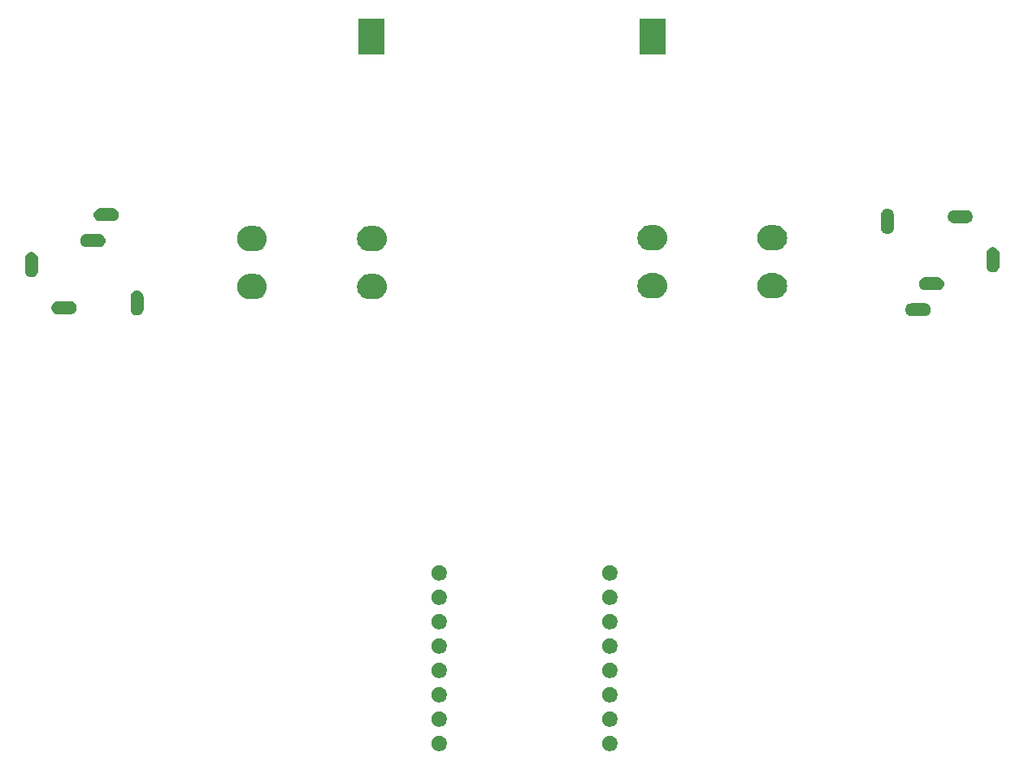
<source format=gts>
G04 #@! TF.GenerationSoftware,KiCad,Pcbnew,(5.0.2)-1*
G04 #@! TF.CreationDate,2019-02-20T13:19:55+00:00*
G04 #@! TF.ProjectId,SplitAudio,53706c69-7441-4756-9469-6f2e6b696361,rev?*
G04 #@! TF.SameCoordinates,Original*
G04 #@! TF.FileFunction,Soldermask,Top*
G04 #@! TF.FilePolarity,Negative*
%FSLAX46Y46*%
G04 Gerber Fmt 4.6, Leading zero omitted, Abs format (unit mm)*
G04 Created by KiCad (PCBNEW (5.0.2)-1) date 20/02/2019 13:19:55*
%MOMM*%
%LPD*%
G01*
G04 APERTURE LIST*
%ADD10C,0.100000*%
G04 APERTURE END LIST*
D10*
G36*
X159622142Y-121138242D02*
X159770102Y-121199530D01*
X159903258Y-121288502D01*
X160016498Y-121401742D01*
X160105470Y-121534898D01*
X160166758Y-121682858D01*
X160198000Y-121839925D01*
X160198000Y-122000075D01*
X160166758Y-122157142D01*
X160105470Y-122305102D01*
X160016498Y-122438258D01*
X159903258Y-122551498D01*
X159770102Y-122640470D01*
X159622142Y-122701758D01*
X159465075Y-122733000D01*
X159304925Y-122733000D01*
X159147858Y-122701758D01*
X158999898Y-122640470D01*
X158866742Y-122551498D01*
X158753502Y-122438258D01*
X158664530Y-122305102D01*
X158603242Y-122157142D01*
X158572000Y-122000075D01*
X158572000Y-121839925D01*
X158603242Y-121682858D01*
X158664530Y-121534898D01*
X158753502Y-121401742D01*
X158866742Y-121288502D01*
X158999898Y-121199530D01*
X159147858Y-121138242D01*
X159304925Y-121107000D01*
X159465075Y-121107000D01*
X159622142Y-121138242D01*
X159622142Y-121138242D01*
G37*
G36*
X141842142Y-121138242D02*
X141990102Y-121199530D01*
X142123258Y-121288502D01*
X142236498Y-121401742D01*
X142325470Y-121534898D01*
X142386758Y-121682858D01*
X142418000Y-121839925D01*
X142418000Y-122000075D01*
X142386758Y-122157142D01*
X142325470Y-122305102D01*
X142236498Y-122438258D01*
X142123258Y-122551498D01*
X141990102Y-122640470D01*
X141842142Y-122701758D01*
X141685075Y-122733000D01*
X141524925Y-122733000D01*
X141367858Y-122701758D01*
X141219898Y-122640470D01*
X141086742Y-122551498D01*
X140973502Y-122438258D01*
X140884530Y-122305102D01*
X140823242Y-122157142D01*
X140792000Y-122000075D01*
X140792000Y-121839925D01*
X140823242Y-121682858D01*
X140884530Y-121534898D01*
X140973502Y-121401742D01*
X141086742Y-121288502D01*
X141219898Y-121199530D01*
X141367858Y-121138242D01*
X141524925Y-121107000D01*
X141685075Y-121107000D01*
X141842142Y-121138242D01*
X141842142Y-121138242D01*
G37*
G36*
X159622142Y-118598242D02*
X159770102Y-118659530D01*
X159903258Y-118748502D01*
X160016498Y-118861742D01*
X160105470Y-118994898D01*
X160166758Y-119142858D01*
X160198000Y-119299925D01*
X160198000Y-119460075D01*
X160166758Y-119617142D01*
X160105470Y-119765102D01*
X160016498Y-119898258D01*
X159903258Y-120011498D01*
X159770102Y-120100470D01*
X159622142Y-120161758D01*
X159465075Y-120193000D01*
X159304925Y-120193000D01*
X159147858Y-120161758D01*
X158999898Y-120100470D01*
X158866742Y-120011498D01*
X158753502Y-119898258D01*
X158664530Y-119765102D01*
X158603242Y-119617142D01*
X158572000Y-119460075D01*
X158572000Y-119299925D01*
X158603242Y-119142858D01*
X158664530Y-118994898D01*
X158753502Y-118861742D01*
X158866742Y-118748502D01*
X158999898Y-118659530D01*
X159147858Y-118598242D01*
X159304925Y-118567000D01*
X159465075Y-118567000D01*
X159622142Y-118598242D01*
X159622142Y-118598242D01*
G37*
G36*
X141842142Y-118598242D02*
X141990102Y-118659530D01*
X142123258Y-118748502D01*
X142236498Y-118861742D01*
X142325470Y-118994898D01*
X142386758Y-119142858D01*
X142418000Y-119299925D01*
X142418000Y-119460075D01*
X142386758Y-119617142D01*
X142325470Y-119765102D01*
X142236498Y-119898258D01*
X142123258Y-120011498D01*
X141990102Y-120100470D01*
X141842142Y-120161758D01*
X141685075Y-120193000D01*
X141524925Y-120193000D01*
X141367858Y-120161758D01*
X141219898Y-120100470D01*
X141086742Y-120011498D01*
X140973502Y-119898258D01*
X140884530Y-119765102D01*
X140823242Y-119617142D01*
X140792000Y-119460075D01*
X140792000Y-119299925D01*
X140823242Y-119142858D01*
X140884530Y-118994898D01*
X140973502Y-118861742D01*
X141086742Y-118748502D01*
X141219898Y-118659530D01*
X141367858Y-118598242D01*
X141524925Y-118567000D01*
X141685075Y-118567000D01*
X141842142Y-118598242D01*
X141842142Y-118598242D01*
G37*
G36*
X141842142Y-116058242D02*
X141990102Y-116119530D01*
X142123258Y-116208502D01*
X142236498Y-116321742D01*
X142325470Y-116454898D01*
X142386758Y-116602858D01*
X142418000Y-116759925D01*
X142418000Y-116920075D01*
X142386758Y-117077142D01*
X142325470Y-117225102D01*
X142236498Y-117358258D01*
X142123258Y-117471498D01*
X141990102Y-117560470D01*
X141842142Y-117621758D01*
X141685075Y-117653000D01*
X141524925Y-117653000D01*
X141367858Y-117621758D01*
X141219898Y-117560470D01*
X141086742Y-117471498D01*
X140973502Y-117358258D01*
X140884530Y-117225102D01*
X140823242Y-117077142D01*
X140792000Y-116920075D01*
X140792000Y-116759925D01*
X140823242Y-116602858D01*
X140884530Y-116454898D01*
X140973502Y-116321742D01*
X141086742Y-116208502D01*
X141219898Y-116119530D01*
X141367858Y-116058242D01*
X141524925Y-116027000D01*
X141685075Y-116027000D01*
X141842142Y-116058242D01*
X141842142Y-116058242D01*
G37*
G36*
X159622142Y-116058242D02*
X159770102Y-116119530D01*
X159903258Y-116208502D01*
X160016498Y-116321742D01*
X160105470Y-116454898D01*
X160166758Y-116602858D01*
X160198000Y-116759925D01*
X160198000Y-116920075D01*
X160166758Y-117077142D01*
X160105470Y-117225102D01*
X160016498Y-117358258D01*
X159903258Y-117471498D01*
X159770102Y-117560470D01*
X159622142Y-117621758D01*
X159465075Y-117653000D01*
X159304925Y-117653000D01*
X159147858Y-117621758D01*
X158999898Y-117560470D01*
X158866742Y-117471498D01*
X158753502Y-117358258D01*
X158664530Y-117225102D01*
X158603242Y-117077142D01*
X158572000Y-116920075D01*
X158572000Y-116759925D01*
X158603242Y-116602858D01*
X158664530Y-116454898D01*
X158753502Y-116321742D01*
X158866742Y-116208502D01*
X158999898Y-116119530D01*
X159147858Y-116058242D01*
X159304925Y-116027000D01*
X159465075Y-116027000D01*
X159622142Y-116058242D01*
X159622142Y-116058242D01*
G37*
G36*
X141842142Y-113518242D02*
X141990102Y-113579530D01*
X142123258Y-113668502D01*
X142236498Y-113781742D01*
X142325470Y-113914898D01*
X142386758Y-114062858D01*
X142418000Y-114219925D01*
X142418000Y-114380075D01*
X142386758Y-114537142D01*
X142325470Y-114685102D01*
X142236498Y-114818258D01*
X142123258Y-114931498D01*
X141990102Y-115020470D01*
X141842142Y-115081758D01*
X141685075Y-115113000D01*
X141524925Y-115113000D01*
X141367858Y-115081758D01*
X141219898Y-115020470D01*
X141086742Y-114931498D01*
X140973502Y-114818258D01*
X140884530Y-114685102D01*
X140823242Y-114537142D01*
X140792000Y-114380075D01*
X140792000Y-114219925D01*
X140823242Y-114062858D01*
X140884530Y-113914898D01*
X140973502Y-113781742D01*
X141086742Y-113668502D01*
X141219898Y-113579530D01*
X141367858Y-113518242D01*
X141524925Y-113487000D01*
X141685075Y-113487000D01*
X141842142Y-113518242D01*
X141842142Y-113518242D01*
G37*
G36*
X159622142Y-113518242D02*
X159770102Y-113579530D01*
X159903258Y-113668502D01*
X160016498Y-113781742D01*
X160105470Y-113914898D01*
X160166758Y-114062858D01*
X160198000Y-114219925D01*
X160198000Y-114380075D01*
X160166758Y-114537142D01*
X160105470Y-114685102D01*
X160016498Y-114818258D01*
X159903258Y-114931498D01*
X159770102Y-115020470D01*
X159622142Y-115081758D01*
X159465075Y-115113000D01*
X159304925Y-115113000D01*
X159147858Y-115081758D01*
X158999898Y-115020470D01*
X158866742Y-114931498D01*
X158753502Y-114818258D01*
X158664530Y-114685102D01*
X158603242Y-114537142D01*
X158572000Y-114380075D01*
X158572000Y-114219925D01*
X158603242Y-114062858D01*
X158664530Y-113914898D01*
X158753502Y-113781742D01*
X158866742Y-113668502D01*
X158999898Y-113579530D01*
X159147858Y-113518242D01*
X159304925Y-113487000D01*
X159465075Y-113487000D01*
X159622142Y-113518242D01*
X159622142Y-113518242D01*
G37*
G36*
X141842142Y-110978242D02*
X141990102Y-111039530D01*
X142123258Y-111128502D01*
X142236498Y-111241742D01*
X142325470Y-111374898D01*
X142386758Y-111522858D01*
X142418000Y-111679925D01*
X142418000Y-111840075D01*
X142386758Y-111997142D01*
X142325470Y-112145102D01*
X142236498Y-112278258D01*
X142123258Y-112391498D01*
X141990102Y-112480470D01*
X141842142Y-112541758D01*
X141685075Y-112573000D01*
X141524925Y-112573000D01*
X141367858Y-112541758D01*
X141219898Y-112480470D01*
X141086742Y-112391498D01*
X140973502Y-112278258D01*
X140884530Y-112145102D01*
X140823242Y-111997142D01*
X140792000Y-111840075D01*
X140792000Y-111679925D01*
X140823242Y-111522858D01*
X140884530Y-111374898D01*
X140973502Y-111241742D01*
X141086742Y-111128502D01*
X141219898Y-111039530D01*
X141367858Y-110978242D01*
X141524925Y-110947000D01*
X141685075Y-110947000D01*
X141842142Y-110978242D01*
X141842142Y-110978242D01*
G37*
G36*
X159622142Y-110978242D02*
X159770102Y-111039530D01*
X159903258Y-111128502D01*
X160016498Y-111241742D01*
X160105470Y-111374898D01*
X160166758Y-111522858D01*
X160198000Y-111679925D01*
X160198000Y-111840075D01*
X160166758Y-111997142D01*
X160105470Y-112145102D01*
X160016498Y-112278258D01*
X159903258Y-112391498D01*
X159770102Y-112480470D01*
X159622142Y-112541758D01*
X159465075Y-112573000D01*
X159304925Y-112573000D01*
X159147858Y-112541758D01*
X158999898Y-112480470D01*
X158866742Y-112391498D01*
X158753502Y-112278258D01*
X158664530Y-112145102D01*
X158603242Y-111997142D01*
X158572000Y-111840075D01*
X158572000Y-111679925D01*
X158603242Y-111522858D01*
X158664530Y-111374898D01*
X158753502Y-111241742D01*
X158866742Y-111128502D01*
X158999898Y-111039530D01*
X159147858Y-110978242D01*
X159304925Y-110947000D01*
X159465075Y-110947000D01*
X159622142Y-110978242D01*
X159622142Y-110978242D01*
G37*
G36*
X141842142Y-108438242D02*
X141990102Y-108499530D01*
X142123258Y-108588502D01*
X142236498Y-108701742D01*
X142325470Y-108834898D01*
X142386758Y-108982858D01*
X142418000Y-109139925D01*
X142418000Y-109300075D01*
X142386758Y-109457142D01*
X142325470Y-109605102D01*
X142236498Y-109738258D01*
X142123258Y-109851498D01*
X141990102Y-109940470D01*
X141842142Y-110001758D01*
X141685075Y-110033000D01*
X141524925Y-110033000D01*
X141367858Y-110001758D01*
X141219898Y-109940470D01*
X141086742Y-109851498D01*
X140973502Y-109738258D01*
X140884530Y-109605102D01*
X140823242Y-109457142D01*
X140792000Y-109300075D01*
X140792000Y-109139925D01*
X140823242Y-108982858D01*
X140884530Y-108834898D01*
X140973502Y-108701742D01*
X141086742Y-108588502D01*
X141219898Y-108499530D01*
X141367858Y-108438242D01*
X141524925Y-108407000D01*
X141685075Y-108407000D01*
X141842142Y-108438242D01*
X141842142Y-108438242D01*
G37*
G36*
X159622142Y-108438242D02*
X159770102Y-108499530D01*
X159903258Y-108588502D01*
X160016498Y-108701742D01*
X160105470Y-108834898D01*
X160166758Y-108982858D01*
X160198000Y-109139925D01*
X160198000Y-109300075D01*
X160166758Y-109457142D01*
X160105470Y-109605102D01*
X160016498Y-109738258D01*
X159903258Y-109851498D01*
X159770102Y-109940470D01*
X159622142Y-110001758D01*
X159465075Y-110033000D01*
X159304925Y-110033000D01*
X159147858Y-110001758D01*
X158999898Y-109940470D01*
X158866742Y-109851498D01*
X158753502Y-109738258D01*
X158664530Y-109605102D01*
X158603242Y-109457142D01*
X158572000Y-109300075D01*
X158572000Y-109139925D01*
X158603242Y-108982858D01*
X158664530Y-108834898D01*
X158753502Y-108701742D01*
X158866742Y-108588502D01*
X158999898Y-108499530D01*
X159147858Y-108438242D01*
X159304925Y-108407000D01*
X159465075Y-108407000D01*
X159622142Y-108438242D01*
X159622142Y-108438242D01*
G37*
G36*
X141842142Y-105898242D02*
X141990102Y-105959530D01*
X142123258Y-106048502D01*
X142236498Y-106161742D01*
X142325470Y-106294898D01*
X142386758Y-106442858D01*
X142418000Y-106599925D01*
X142418000Y-106760075D01*
X142386758Y-106917142D01*
X142325470Y-107065102D01*
X142236498Y-107198258D01*
X142123258Y-107311498D01*
X141990102Y-107400470D01*
X141842142Y-107461758D01*
X141685075Y-107493000D01*
X141524925Y-107493000D01*
X141367858Y-107461758D01*
X141219898Y-107400470D01*
X141086742Y-107311498D01*
X140973502Y-107198258D01*
X140884530Y-107065102D01*
X140823242Y-106917142D01*
X140792000Y-106760075D01*
X140792000Y-106599925D01*
X140823242Y-106442858D01*
X140884530Y-106294898D01*
X140973502Y-106161742D01*
X141086742Y-106048502D01*
X141219898Y-105959530D01*
X141367858Y-105898242D01*
X141524925Y-105867000D01*
X141685075Y-105867000D01*
X141842142Y-105898242D01*
X141842142Y-105898242D01*
G37*
G36*
X159622142Y-105898242D02*
X159770102Y-105959530D01*
X159903258Y-106048502D01*
X160016498Y-106161742D01*
X160105470Y-106294898D01*
X160166758Y-106442858D01*
X160198000Y-106599925D01*
X160198000Y-106760075D01*
X160166758Y-106917142D01*
X160105470Y-107065102D01*
X160016498Y-107198258D01*
X159903258Y-107311498D01*
X159770102Y-107400470D01*
X159622142Y-107461758D01*
X159465075Y-107493000D01*
X159304925Y-107493000D01*
X159147858Y-107461758D01*
X158999898Y-107400470D01*
X158866742Y-107311498D01*
X158753502Y-107198258D01*
X158664530Y-107065102D01*
X158603242Y-106917142D01*
X158572000Y-106760075D01*
X158572000Y-106599925D01*
X158603242Y-106442858D01*
X158664530Y-106294898D01*
X158753502Y-106161742D01*
X158866742Y-106048502D01*
X158999898Y-105959530D01*
X159147858Y-105898242D01*
X159304925Y-105867000D01*
X159465075Y-105867000D01*
X159622142Y-105898242D01*
X159622142Y-105898242D01*
G37*
G36*
X141842142Y-103358242D02*
X141990102Y-103419530D01*
X142123258Y-103508502D01*
X142236498Y-103621742D01*
X142325470Y-103754898D01*
X142386758Y-103902858D01*
X142418000Y-104059925D01*
X142418000Y-104220075D01*
X142386758Y-104377142D01*
X142325470Y-104525102D01*
X142236498Y-104658258D01*
X142123258Y-104771498D01*
X141990102Y-104860470D01*
X141842142Y-104921758D01*
X141685075Y-104953000D01*
X141524925Y-104953000D01*
X141367858Y-104921758D01*
X141219898Y-104860470D01*
X141086742Y-104771498D01*
X140973502Y-104658258D01*
X140884530Y-104525102D01*
X140823242Y-104377142D01*
X140792000Y-104220075D01*
X140792000Y-104059925D01*
X140823242Y-103902858D01*
X140884530Y-103754898D01*
X140973502Y-103621742D01*
X141086742Y-103508502D01*
X141219898Y-103419530D01*
X141367858Y-103358242D01*
X141524925Y-103327000D01*
X141685075Y-103327000D01*
X141842142Y-103358242D01*
X141842142Y-103358242D01*
G37*
G36*
X159622142Y-103358242D02*
X159770102Y-103419530D01*
X159903258Y-103508502D01*
X160016498Y-103621742D01*
X160105470Y-103754898D01*
X160166758Y-103902858D01*
X160198000Y-104059925D01*
X160198000Y-104220075D01*
X160166758Y-104377142D01*
X160105470Y-104525102D01*
X160016498Y-104658258D01*
X159903258Y-104771498D01*
X159770102Y-104860470D01*
X159622142Y-104921758D01*
X159465075Y-104953000D01*
X159304925Y-104953000D01*
X159147858Y-104921758D01*
X158999898Y-104860470D01*
X158866742Y-104771498D01*
X158753502Y-104658258D01*
X158664530Y-104525102D01*
X158603242Y-104377142D01*
X158572000Y-104220075D01*
X158572000Y-104059925D01*
X158603242Y-103902858D01*
X158664530Y-103754898D01*
X158753502Y-103621742D01*
X158866742Y-103508502D01*
X158999898Y-103419530D01*
X159147858Y-103358242D01*
X159304925Y-103327000D01*
X159465075Y-103327000D01*
X159622142Y-103358242D01*
X159622142Y-103358242D01*
G37*
G36*
X192239003Y-76031559D02*
X192272303Y-76034839D01*
X192336394Y-76054281D01*
X192400485Y-76073722D01*
X192518617Y-76136865D01*
X192622159Y-76221841D01*
X192707135Y-76325383D01*
X192770278Y-76443515D01*
X192809161Y-76571698D01*
X192822290Y-76705000D01*
X192809161Y-76838302D01*
X192770278Y-76966485D01*
X192707135Y-77084617D01*
X192622159Y-77188159D01*
X192518617Y-77273135D01*
X192400485Y-77336278D01*
X192336394Y-77355719D01*
X192272303Y-77375161D01*
X192239003Y-77378441D01*
X192172406Y-77385000D01*
X190847594Y-77385000D01*
X190780997Y-77378441D01*
X190747697Y-77375161D01*
X190683606Y-77355719D01*
X190619515Y-77336278D01*
X190501383Y-77273135D01*
X190397841Y-77188159D01*
X190312865Y-77084617D01*
X190249722Y-76966485D01*
X190210839Y-76838302D01*
X190197710Y-76705000D01*
X190210839Y-76571698D01*
X190249722Y-76443515D01*
X190312865Y-76325383D01*
X190397841Y-76221841D01*
X190501383Y-76136865D01*
X190619515Y-76073722D01*
X190683606Y-76054281D01*
X190747697Y-76034839D01*
X190780997Y-76031559D01*
X190847594Y-76025000D01*
X192172406Y-76025000D01*
X192239003Y-76031559D01*
X192239003Y-76031559D01*
G37*
G36*
X110273303Y-74705839D02*
X110337393Y-74725280D01*
X110401485Y-74744722D01*
X110519617Y-74807865D01*
X110623159Y-74892841D01*
X110708135Y-74996383D01*
X110771278Y-75114515D01*
X110771278Y-75114516D01*
X110810161Y-75242697D01*
X110820000Y-75342596D01*
X110820000Y-76667404D01*
X110810242Y-76766485D01*
X110810161Y-76767302D01*
X110771278Y-76895485D01*
X110708135Y-77013617D01*
X110623159Y-77117159D01*
X110599862Y-77136278D01*
X110519615Y-77202135D01*
X110464627Y-77231527D01*
X110401484Y-77265278D01*
X110375582Y-77273135D01*
X110273302Y-77304161D01*
X110140000Y-77317290D01*
X110006697Y-77304161D01*
X109904417Y-77273135D01*
X109878515Y-77265278D01*
X109760383Y-77202135D01*
X109656841Y-77117159D01*
X109571866Y-77013616D01*
X109558259Y-76988159D01*
X109508723Y-76895485D01*
X109508722Y-76895484D01*
X109489281Y-76831393D01*
X109469839Y-76767302D01*
X109460000Y-76667403D01*
X109460001Y-75342596D01*
X109469840Y-75242697D01*
X109508723Y-75114516D01*
X109508723Y-75114515D01*
X109571866Y-74996383D01*
X109656842Y-74892841D01*
X109760384Y-74807865D01*
X109878516Y-74744722D01*
X109942607Y-74725281D01*
X110006698Y-74705839D01*
X110140000Y-74692710D01*
X110273303Y-74705839D01*
X110273303Y-74705839D01*
G37*
G36*
X103269003Y-75831559D02*
X103302303Y-75834839D01*
X103366394Y-75854281D01*
X103430485Y-75873722D01*
X103548617Y-75936865D01*
X103652159Y-76021841D01*
X103737135Y-76125383D01*
X103800278Y-76243515D01*
X103839161Y-76371698D01*
X103852290Y-76505000D01*
X103839161Y-76638302D01*
X103800278Y-76766485D01*
X103737135Y-76884617D01*
X103652159Y-76988159D01*
X103548617Y-77073135D01*
X103430485Y-77136278D01*
X103366394Y-77155719D01*
X103302303Y-77175161D01*
X103269003Y-77178441D01*
X103202406Y-77185000D01*
X101877594Y-77185000D01*
X101810997Y-77178441D01*
X101777697Y-77175161D01*
X101713606Y-77155719D01*
X101649515Y-77136278D01*
X101531383Y-77073135D01*
X101427841Y-76988159D01*
X101342865Y-76884617D01*
X101279722Y-76766485D01*
X101240839Y-76638302D01*
X101227710Y-76505000D01*
X101240839Y-76371698D01*
X101279722Y-76243515D01*
X101342865Y-76125383D01*
X101427841Y-76021841D01*
X101531383Y-75936865D01*
X101649515Y-75873722D01*
X101713607Y-75854280D01*
X101777697Y-75834839D01*
X101810997Y-75831559D01*
X101877594Y-75825000D01*
X103202406Y-75825000D01*
X103269003Y-75831559D01*
X103269003Y-75831559D01*
G37*
G36*
X122481689Y-72998706D02*
X122625040Y-73012825D01*
X122870280Y-73087218D01*
X122870282Y-73087219D01*
X123096296Y-73208026D01*
X123294397Y-73370603D01*
X123456974Y-73568704D01*
X123487270Y-73625384D01*
X123577782Y-73794720D01*
X123652175Y-74039960D01*
X123677294Y-74295000D01*
X123652175Y-74550040D01*
X123577782Y-74795280D01*
X123577781Y-74795282D01*
X123456974Y-75021296D01*
X123294397Y-75219397D01*
X123096296Y-75381974D01*
X122880770Y-75497175D01*
X122870280Y-75502782D01*
X122625040Y-75577175D01*
X122481689Y-75591294D01*
X122433906Y-75596000D01*
X121806094Y-75596000D01*
X121758311Y-75591294D01*
X121614960Y-75577175D01*
X121369720Y-75502782D01*
X121359230Y-75497175D01*
X121143704Y-75381974D01*
X120945603Y-75219397D01*
X120783026Y-75021296D01*
X120662219Y-74795282D01*
X120662218Y-74795280D01*
X120587825Y-74550040D01*
X120562706Y-74295000D01*
X120587825Y-74039960D01*
X120662218Y-73794720D01*
X120752730Y-73625384D01*
X120783026Y-73568704D01*
X120945603Y-73370603D01*
X121143704Y-73208026D01*
X121369718Y-73087219D01*
X121369720Y-73087218D01*
X121614960Y-73012825D01*
X121758311Y-72998706D01*
X121806094Y-72994000D01*
X122433906Y-72994000D01*
X122481689Y-72998706D01*
X122481689Y-72998706D01*
G37*
G36*
X134981689Y-72998706D02*
X135125040Y-73012825D01*
X135370280Y-73087218D01*
X135370282Y-73087219D01*
X135596296Y-73208026D01*
X135794397Y-73370603D01*
X135956974Y-73568704D01*
X135987270Y-73625384D01*
X136077782Y-73794720D01*
X136152175Y-74039960D01*
X136177294Y-74295000D01*
X136152175Y-74550040D01*
X136077782Y-74795280D01*
X136077781Y-74795282D01*
X135956974Y-75021296D01*
X135794397Y-75219397D01*
X135596296Y-75381974D01*
X135380770Y-75497175D01*
X135370280Y-75502782D01*
X135125040Y-75577175D01*
X134981689Y-75591294D01*
X134933906Y-75596000D01*
X134306094Y-75596000D01*
X134258311Y-75591294D01*
X134114960Y-75577175D01*
X133869720Y-75502782D01*
X133859230Y-75497175D01*
X133643704Y-75381974D01*
X133445603Y-75219397D01*
X133283026Y-75021296D01*
X133162219Y-74795282D01*
X133162218Y-74795280D01*
X133087825Y-74550040D01*
X133062706Y-74295000D01*
X133087825Y-74039960D01*
X133162218Y-73794720D01*
X133252730Y-73625384D01*
X133283026Y-73568704D01*
X133445603Y-73370603D01*
X133643704Y-73208026D01*
X133869718Y-73087219D01*
X133869720Y-73087218D01*
X134114960Y-73012825D01*
X134258311Y-72998706D01*
X134306094Y-72994000D01*
X134933906Y-72994000D01*
X134981689Y-72998706D01*
X134981689Y-72998706D01*
G37*
G36*
X164191689Y-72918706D02*
X164335040Y-72932825D01*
X164580280Y-73007218D01*
X164580282Y-73007219D01*
X164806296Y-73128026D01*
X165004397Y-73290603D01*
X165166974Y-73488704D01*
X165166975Y-73488706D01*
X165287782Y-73714720D01*
X165362175Y-73959960D01*
X165387294Y-74215000D01*
X165362175Y-74470040D01*
X165287782Y-74715280D01*
X165287781Y-74715282D01*
X165166974Y-74941296D01*
X165004397Y-75139397D01*
X164806296Y-75301974D01*
X164656625Y-75381975D01*
X164580280Y-75422782D01*
X164335040Y-75497175D01*
X164191689Y-75511294D01*
X164143906Y-75516000D01*
X163516094Y-75516000D01*
X163468311Y-75511294D01*
X163324960Y-75497175D01*
X163079720Y-75422782D01*
X163003375Y-75381975D01*
X162853704Y-75301974D01*
X162655603Y-75139397D01*
X162493026Y-74941296D01*
X162372219Y-74715282D01*
X162372218Y-74715280D01*
X162297825Y-74470040D01*
X162272706Y-74215000D01*
X162297825Y-73959960D01*
X162372218Y-73714720D01*
X162493025Y-73488706D01*
X162493026Y-73488704D01*
X162655603Y-73290603D01*
X162853704Y-73128026D01*
X163079718Y-73007219D01*
X163079720Y-73007218D01*
X163324960Y-72932825D01*
X163468311Y-72918706D01*
X163516094Y-72914000D01*
X164143906Y-72914000D01*
X164191689Y-72918706D01*
X164191689Y-72918706D01*
G37*
G36*
X176691689Y-72918706D02*
X176835040Y-72932825D01*
X177080280Y-73007218D01*
X177080282Y-73007219D01*
X177306296Y-73128026D01*
X177504397Y-73290603D01*
X177666974Y-73488704D01*
X177666975Y-73488706D01*
X177787782Y-73714720D01*
X177862175Y-73959960D01*
X177887294Y-74215000D01*
X177862175Y-74470040D01*
X177787782Y-74715280D01*
X177787781Y-74715282D01*
X177666974Y-74941296D01*
X177504397Y-75139397D01*
X177306296Y-75301974D01*
X177156625Y-75381975D01*
X177080280Y-75422782D01*
X176835040Y-75497175D01*
X176691689Y-75511294D01*
X176643906Y-75516000D01*
X176016094Y-75516000D01*
X175968311Y-75511294D01*
X175824960Y-75497175D01*
X175579720Y-75422782D01*
X175503375Y-75381975D01*
X175353704Y-75301974D01*
X175155603Y-75139397D01*
X174993026Y-74941296D01*
X174872219Y-74715282D01*
X174872218Y-74715280D01*
X174797825Y-74470040D01*
X174772706Y-74215000D01*
X174797825Y-73959960D01*
X174872218Y-73714720D01*
X174993025Y-73488706D01*
X174993026Y-73488704D01*
X175155603Y-73290603D01*
X175353704Y-73128026D01*
X175579718Y-73007219D01*
X175579720Y-73007218D01*
X175824960Y-72932825D01*
X175968311Y-72918706D01*
X176016094Y-72914000D01*
X176643906Y-72914000D01*
X176691689Y-72918706D01*
X176691689Y-72918706D01*
G37*
G36*
X193639003Y-73331559D02*
X193672303Y-73334839D01*
X193736393Y-73354280D01*
X193800485Y-73373722D01*
X193918617Y-73436865D01*
X194022159Y-73521841D01*
X194107135Y-73625383D01*
X194170278Y-73743515D01*
X194209161Y-73871698D01*
X194222290Y-74005000D01*
X194209161Y-74138302D01*
X194170278Y-74266485D01*
X194107135Y-74384617D01*
X194022159Y-74488159D01*
X193918617Y-74573135D01*
X193800485Y-74636278D01*
X193736393Y-74655720D01*
X193672303Y-74675161D01*
X193639003Y-74678441D01*
X193572406Y-74685000D01*
X192247594Y-74685000D01*
X192180997Y-74678441D01*
X192147697Y-74675161D01*
X192083606Y-74655719D01*
X192019515Y-74636278D01*
X191901383Y-74573135D01*
X191797841Y-74488159D01*
X191712865Y-74384617D01*
X191649722Y-74266485D01*
X191610839Y-74138302D01*
X191597710Y-74005000D01*
X191610839Y-73871698D01*
X191649722Y-73743515D01*
X191712865Y-73625383D01*
X191797841Y-73521841D01*
X191901383Y-73436865D01*
X192019515Y-73373722D01*
X192083607Y-73354280D01*
X192147697Y-73334839D01*
X192180997Y-73331559D01*
X192247594Y-73325000D01*
X193572406Y-73325000D01*
X193639003Y-73331559D01*
X193639003Y-73331559D01*
G37*
G36*
X99273302Y-70705839D02*
X99337392Y-70725280D01*
X99401484Y-70744722D01*
X99464627Y-70778473D01*
X99519615Y-70807865D01*
X99519617Y-70807866D01*
X99519616Y-70807866D01*
X99623159Y-70892841D01*
X99708135Y-70996383D01*
X99771278Y-71114515D01*
X99810161Y-71242698D01*
X99820000Y-71342594D01*
X99820000Y-72667406D01*
X99810161Y-72767302D01*
X99771278Y-72895485D01*
X99708135Y-73013617D01*
X99623159Y-73117159D01*
X99519617Y-73202135D01*
X99401485Y-73265278D01*
X99337394Y-73284719D01*
X99273303Y-73304161D01*
X99140000Y-73317290D01*
X99006698Y-73304161D01*
X98942607Y-73284719D01*
X98878516Y-73265278D01*
X98760384Y-73202135D01*
X98656842Y-73117159D01*
X98571866Y-73013617D01*
X98508723Y-72895485D01*
X98469840Y-72767302D01*
X98460001Y-72667406D01*
X98460000Y-71342595D01*
X98469839Y-71242699D01*
X98469840Y-71242697D01*
X98508722Y-71114517D01*
X98508722Y-71114516D01*
X98571866Y-70996384D01*
X98656841Y-70892841D01*
X98760383Y-70807865D01*
X98878515Y-70744722D01*
X98942606Y-70725281D01*
X99006697Y-70705839D01*
X99140000Y-70692710D01*
X99273302Y-70705839D01*
X99273302Y-70705839D01*
G37*
G36*
X199443303Y-70205839D02*
X199487998Y-70219397D01*
X199571485Y-70244722D01*
X199689617Y-70307865D01*
X199793159Y-70392841D01*
X199878135Y-70496383D01*
X199941278Y-70614515D01*
X199980161Y-70742698D01*
X199990000Y-70842594D01*
X199990000Y-72167406D01*
X199980161Y-72267302D01*
X199941278Y-72395485D01*
X199878135Y-72513617D01*
X199793159Y-72617159D01*
X199731935Y-72667404D01*
X199689615Y-72702135D01*
X199634627Y-72731527D01*
X199571484Y-72765278D01*
X199507392Y-72784720D01*
X199443302Y-72804161D01*
X199310000Y-72817290D01*
X199176697Y-72804161D01*
X199112606Y-72784719D01*
X199048515Y-72765278D01*
X198930383Y-72702135D01*
X198826841Y-72617159D01*
X198741866Y-72513616D01*
X198678722Y-72395484D01*
X198659280Y-72331392D01*
X198639839Y-72267302D01*
X198630000Y-72167403D01*
X198630001Y-70842596D01*
X198633422Y-70807866D01*
X198639840Y-70742698D01*
X198678723Y-70614515D01*
X198741866Y-70496383D01*
X198826842Y-70392841D01*
X198930384Y-70307865D01*
X199048516Y-70244722D01*
X199132003Y-70219397D01*
X199176698Y-70205839D01*
X199310000Y-70192710D01*
X199443303Y-70205839D01*
X199443303Y-70205839D01*
G37*
G36*
X122481689Y-67998706D02*
X122625040Y-68012825D01*
X122870280Y-68087218D01*
X122870282Y-68087219D01*
X123096296Y-68208026D01*
X123294397Y-68370603D01*
X123456974Y-68568704D01*
X123456975Y-68568706D01*
X123577782Y-68794720D01*
X123652175Y-69039960D01*
X123677294Y-69295000D01*
X123652175Y-69550040D01*
X123577782Y-69795280D01*
X123577781Y-69795282D01*
X123456974Y-70021296D01*
X123294397Y-70219397D01*
X123096296Y-70381974D01*
X122882252Y-70496383D01*
X122870280Y-70502782D01*
X122625040Y-70577175D01*
X122481689Y-70591294D01*
X122433906Y-70596000D01*
X121806094Y-70596000D01*
X121758311Y-70591294D01*
X121614960Y-70577175D01*
X121369720Y-70502782D01*
X121357748Y-70496383D01*
X121143704Y-70381974D01*
X120945603Y-70219397D01*
X120783026Y-70021296D01*
X120662219Y-69795282D01*
X120662218Y-69795280D01*
X120587825Y-69550040D01*
X120562706Y-69295000D01*
X120587825Y-69039960D01*
X120662218Y-68794720D01*
X120783025Y-68568706D01*
X120783026Y-68568704D01*
X120945603Y-68370603D01*
X121143704Y-68208026D01*
X121369718Y-68087219D01*
X121369720Y-68087218D01*
X121614960Y-68012825D01*
X121758311Y-67998706D01*
X121806094Y-67994000D01*
X122433906Y-67994000D01*
X122481689Y-67998706D01*
X122481689Y-67998706D01*
G37*
G36*
X134981689Y-67998706D02*
X135125040Y-68012825D01*
X135370280Y-68087218D01*
X135370282Y-68087219D01*
X135596296Y-68208026D01*
X135794397Y-68370603D01*
X135956974Y-68568704D01*
X135956975Y-68568706D01*
X136077782Y-68794720D01*
X136152175Y-69039960D01*
X136177294Y-69295000D01*
X136152175Y-69550040D01*
X136077782Y-69795280D01*
X136077781Y-69795282D01*
X135956974Y-70021296D01*
X135794397Y-70219397D01*
X135596296Y-70381974D01*
X135382252Y-70496383D01*
X135370280Y-70502782D01*
X135125040Y-70577175D01*
X134981689Y-70591294D01*
X134933906Y-70596000D01*
X134306094Y-70596000D01*
X134258311Y-70591294D01*
X134114960Y-70577175D01*
X133869720Y-70502782D01*
X133857748Y-70496383D01*
X133643704Y-70381974D01*
X133445603Y-70219397D01*
X133283026Y-70021296D01*
X133162219Y-69795282D01*
X133162218Y-69795280D01*
X133087825Y-69550040D01*
X133062706Y-69295000D01*
X133087825Y-69039960D01*
X133162218Y-68794720D01*
X133283025Y-68568706D01*
X133283026Y-68568704D01*
X133445603Y-68370603D01*
X133643704Y-68208026D01*
X133869718Y-68087219D01*
X133869720Y-68087218D01*
X134114960Y-68012825D01*
X134258311Y-67998706D01*
X134306094Y-67994000D01*
X134933906Y-67994000D01*
X134981689Y-67998706D01*
X134981689Y-67998706D01*
G37*
G36*
X164191689Y-67918706D02*
X164335040Y-67932825D01*
X164580280Y-68007218D01*
X164580282Y-68007219D01*
X164806296Y-68128026D01*
X165004397Y-68290603D01*
X165166974Y-68488704D01*
X165166975Y-68488706D01*
X165287782Y-68714720D01*
X165362175Y-68959960D01*
X165387294Y-69215000D01*
X165362175Y-69470040D01*
X165287782Y-69715280D01*
X165287781Y-69715282D01*
X165166974Y-69941296D01*
X165004397Y-70139397D01*
X164806296Y-70301974D01*
X164656625Y-70381975D01*
X164580280Y-70422782D01*
X164335040Y-70497175D01*
X164191689Y-70511294D01*
X164143906Y-70516000D01*
X163516094Y-70516000D01*
X163468311Y-70511294D01*
X163324960Y-70497175D01*
X163079720Y-70422782D01*
X163003375Y-70381975D01*
X162853704Y-70301974D01*
X162655603Y-70139397D01*
X162493026Y-69941296D01*
X162372219Y-69715282D01*
X162372218Y-69715280D01*
X162297825Y-69470040D01*
X162272706Y-69215000D01*
X162297825Y-68959960D01*
X162372218Y-68714720D01*
X162493025Y-68488706D01*
X162493026Y-68488704D01*
X162655603Y-68290603D01*
X162853704Y-68128026D01*
X163079718Y-68007219D01*
X163079720Y-68007218D01*
X163324960Y-67932825D01*
X163468311Y-67918706D01*
X163516094Y-67914000D01*
X164143906Y-67914000D01*
X164191689Y-67918706D01*
X164191689Y-67918706D01*
G37*
G36*
X176691689Y-67918706D02*
X176835040Y-67932825D01*
X177080280Y-68007218D01*
X177080282Y-68007219D01*
X177306296Y-68128026D01*
X177504397Y-68290603D01*
X177666974Y-68488704D01*
X177666975Y-68488706D01*
X177787782Y-68714720D01*
X177862175Y-68959960D01*
X177887294Y-69215000D01*
X177862175Y-69470040D01*
X177787782Y-69715280D01*
X177787781Y-69715282D01*
X177666974Y-69941296D01*
X177504397Y-70139397D01*
X177306296Y-70301974D01*
X177156625Y-70381975D01*
X177080280Y-70422782D01*
X176835040Y-70497175D01*
X176691689Y-70511294D01*
X176643906Y-70516000D01*
X176016094Y-70516000D01*
X175968311Y-70511294D01*
X175824960Y-70497175D01*
X175579720Y-70422782D01*
X175503375Y-70381975D01*
X175353704Y-70301974D01*
X175155603Y-70139397D01*
X174993026Y-69941296D01*
X174872219Y-69715282D01*
X174872218Y-69715280D01*
X174797825Y-69470040D01*
X174772706Y-69215000D01*
X174797825Y-68959960D01*
X174872218Y-68714720D01*
X174993025Y-68488706D01*
X174993026Y-68488704D01*
X175155603Y-68290603D01*
X175353704Y-68128026D01*
X175579718Y-68007219D01*
X175579720Y-68007218D01*
X175824960Y-67932825D01*
X175968311Y-67918706D01*
X176016094Y-67914000D01*
X176643906Y-67914000D01*
X176691689Y-67918706D01*
X176691689Y-67918706D01*
G37*
G36*
X106269003Y-68831559D02*
X106302303Y-68834839D01*
X106366394Y-68854281D01*
X106430485Y-68873722D01*
X106548617Y-68936865D01*
X106652159Y-69021841D01*
X106737135Y-69125383D01*
X106800278Y-69243515D01*
X106839161Y-69371698D01*
X106852290Y-69505000D01*
X106839161Y-69638302D01*
X106800278Y-69766485D01*
X106737135Y-69884617D01*
X106652159Y-69988159D01*
X106548617Y-70073135D01*
X106430485Y-70136278D01*
X106366394Y-70155719D01*
X106302303Y-70175161D01*
X106269003Y-70178441D01*
X106202406Y-70185000D01*
X104877594Y-70185000D01*
X104810997Y-70178441D01*
X104777697Y-70175161D01*
X104713606Y-70155719D01*
X104649515Y-70136278D01*
X104531383Y-70073135D01*
X104427841Y-69988159D01*
X104342865Y-69884617D01*
X104279722Y-69766485D01*
X104240839Y-69638302D01*
X104227710Y-69505000D01*
X104240839Y-69371698D01*
X104279722Y-69243515D01*
X104342865Y-69125383D01*
X104427841Y-69021841D01*
X104531383Y-68936865D01*
X104649515Y-68873722D01*
X104713606Y-68854281D01*
X104777697Y-68834839D01*
X104810997Y-68831559D01*
X104877594Y-68825000D01*
X106202406Y-68825000D01*
X106269003Y-68831559D01*
X106269003Y-68831559D01*
G37*
G36*
X188443302Y-66205839D02*
X188507393Y-66225281D01*
X188571484Y-66244722D01*
X188634627Y-66278473D01*
X188689615Y-66307865D01*
X188689617Y-66307866D01*
X188689616Y-66307866D01*
X188793159Y-66392841D01*
X188878135Y-66496383D01*
X188941278Y-66614515D01*
X188944575Y-66625384D01*
X188980161Y-66742697D01*
X188980242Y-66743516D01*
X188990000Y-66842594D01*
X188990000Y-68167406D01*
X188980161Y-68267302D01*
X188941278Y-68395485D01*
X188878135Y-68513617D01*
X188793159Y-68617159D01*
X188689617Y-68702135D01*
X188571485Y-68765278D01*
X188507393Y-68784720D01*
X188443303Y-68804161D01*
X188310000Y-68817290D01*
X188176698Y-68804161D01*
X188112608Y-68784720D01*
X188048516Y-68765278D01*
X187930384Y-68702135D01*
X187826842Y-68617159D01*
X187741866Y-68513617D01*
X187678723Y-68395485D01*
X187639840Y-68267302D01*
X187630001Y-68167406D01*
X187630000Y-66842595D01*
X187636559Y-66775998D01*
X187639839Y-66742698D01*
X187661377Y-66671697D01*
X187678722Y-66614516D01*
X187716673Y-66543516D01*
X187741865Y-66496385D01*
X187800135Y-66425383D01*
X187826841Y-66392841D01*
X187930383Y-66307865D01*
X188048515Y-66244722D01*
X188112607Y-66225280D01*
X188176697Y-66205839D01*
X188310000Y-66192710D01*
X188443302Y-66205839D01*
X188443302Y-66205839D01*
G37*
G36*
X196639003Y-66331559D02*
X196672303Y-66334839D01*
X196736393Y-66354280D01*
X196800485Y-66373722D01*
X196918617Y-66436865D01*
X197022159Y-66521841D01*
X197107135Y-66625383D01*
X197170278Y-66743515D01*
X197209161Y-66871698D01*
X197222290Y-67005000D01*
X197209161Y-67138302D01*
X197170278Y-67266485D01*
X197107135Y-67384617D01*
X197022159Y-67488159D01*
X196918617Y-67573135D01*
X196800485Y-67636278D01*
X196736394Y-67655719D01*
X196672303Y-67675161D01*
X196639003Y-67678441D01*
X196572406Y-67685000D01*
X195247594Y-67685000D01*
X195180997Y-67678441D01*
X195147697Y-67675161D01*
X195083606Y-67655719D01*
X195019515Y-67636278D01*
X194901383Y-67573135D01*
X194797841Y-67488159D01*
X194712865Y-67384617D01*
X194649722Y-67266485D01*
X194610839Y-67138302D01*
X194597710Y-67005000D01*
X194610839Y-66871698D01*
X194649722Y-66743515D01*
X194712865Y-66625383D01*
X194797841Y-66521841D01*
X194901383Y-66436865D01*
X195019515Y-66373722D01*
X195083607Y-66354280D01*
X195147697Y-66334839D01*
X195180997Y-66331559D01*
X195247594Y-66325000D01*
X196572406Y-66325000D01*
X196639003Y-66331559D01*
X196639003Y-66331559D01*
G37*
G36*
X107669003Y-66131559D02*
X107702303Y-66134839D01*
X107766393Y-66154280D01*
X107830485Y-66173722D01*
X107948617Y-66236865D01*
X108052159Y-66321841D01*
X108137135Y-66425383D01*
X108200278Y-66543515D01*
X108239161Y-66671698D01*
X108252290Y-66805000D01*
X108239161Y-66938302D01*
X108200278Y-67066485D01*
X108137135Y-67184617D01*
X108052159Y-67288159D01*
X107948617Y-67373135D01*
X107830485Y-67436278D01*
X107766393Y-67455720D01*
X107702303Y-67475161D01*
X107669003Y-67478441D01*
X107602406Y-67485000D01*
X106277594Y-67485000D01*
X106210997Y-67478441D01*
X106177697Y-67475161D01*
X106113607Y-67455720D01*
X106049515Y-67436278D01*
X105931383Y-67373135D01*
X105827841Y-67288159D01*
X105742865Y-67184617D01*
X105679722Y-67066485D01*
X105640839Y-66938302D01*
X105627710Y-66805000D01*
X105640839Y-66671698D01*
X105679722Y-66543515D01*
X105742865Y-66425383D01*
X105827841Y-66321841D01*
X105931383Y-66236865D01*
X106049515Y-66173722D01*
X106113607Y-66154280D01*
X106177697Y-66134839D01*
X106210997Y-66131559D01*
X106277594Y-66125000D01*
X107602406Y-66125000D01*
X107669003Y-66131559D01*
X107669003Y-66131559D01*
G37*
G36*
X165226000Y-50111000D02*
X162524000Y-50111000D01*
X162524000Y-46409000D01*
X165226000Y-46409000D01*
X165226000Y-50111000D01*
X165226000Y-50111000D01*
G37*
G36*
X135926000Y-50111000D02*
X133224000Y-50111000D01*
X133224000Y-46409000D01*
X135926000Y-46409000D01*
X135926000Y-50111000D01*
X135926000Y-50111000D01*
G37*
M02*

</source>
